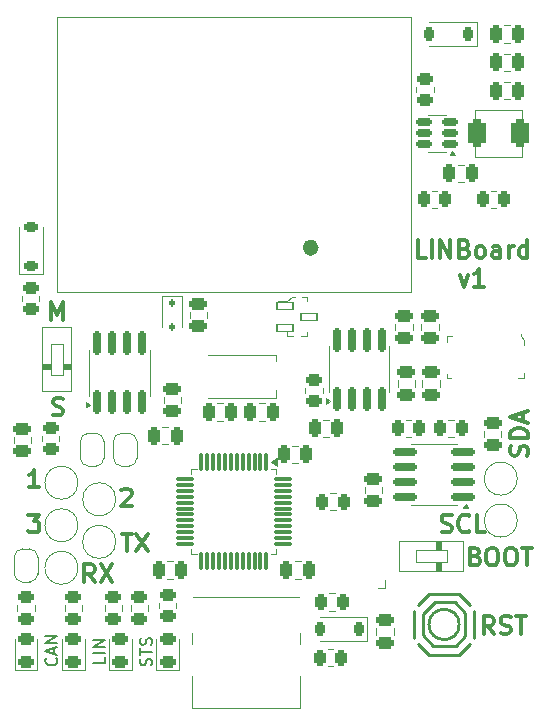
<source format=gto>
G04 #@! TF.GenerationSoftware,KiCad,Pcbnew,9.0.3*
G04 #@! TF.CreationDate,2025-08-22T23:33:47-04:00*
G04 #@! TF.ProjectId,LINBoard-HW,4c494e42-6f61-4726-942d-48572e6b6963,rev?*
G04 #@! TF.SameCoordinates,Original*
G04 #@! TF.FileFunction,Legend,Top*
G04 #@! TF.FilePolarity,Positive*
%FSLAX46Y46*%
G04 Gerber Fmt 4.6, Leading zero omitted, Abs format (unit mm)*
G04 Created by KiCad (PCBNEW 9.0.3) date 2025-08-22 23:33:47*
%MOMM*%
%LPD*%
G01*
G04 APERTURE LIST*
G04 Aperture macros list*
%AMRoundRect*
0 Rectangle with rounded corners*
0 $1 Rounding radius*
0 $2 $3 $4 $5 $6 $7 $8 $9 X,Y pos of 4 corners*
0 Add a 4 corners polygon primitive as box body*
4,1,4,$2,$3,$4,$5,$6,$7,$8,$9,$2,$3,0*
0 Add four circle primitives for the rounded corners*
1,1,$1+$1,$2,$3*
1,1,$1+$1,$4,$5*
1,1,$1+$1,$6,$7*
1,1,$1+$1,$8,$9*
0 Add four rect primitives between the rounded corners*
20,1,$1+$1,$2,$3,$4,$5,0*
20,1,$1+$1,$4,$5,$6,$7,0*
20,1,$1+$1,$6,$7,$8,$9,0*
20,1,$1+$1,$8,$9,$2,$3,0*%
%AMFreePoly0*
4,1,23,0.500000,-0.750000,0.000000,-0.750000,0.000000,-0.745722,-0.065263,-0.745722,-0.191342,-0.711940,-0.304381,-0.646677,-0.396677,-0.554381,-0.461940,-0.441342,-0.495722,-0.315263,-0.495722,-0.250000,-0.500000,-0.250000,-0.500000,0.250000,-0.495722,0.250000,-0.495722,0.315263,-0.461940,0.441342,-0.396677,0.554381,-0.304381,0.646677,-0.191342,0.711940,-0.065263,0.745722,0.000000,0.745722,
0.000000,0.750000,0.500000,0.750000,0.500000,-0.750000,0.500000,-0.750000,$1*%
%AMFreePoly1*
4,1,23,0.000000,0.745722,0.065263,0.745722,0.191342,0.711940,0.304381,0.646677,0.396677,0.554381,0.461940,0.441342,0.495722,0.315263,0.495722,0.250000,0.500000,0.250000,0.500000,-0.250000,0.495722,-0.250000,0.495722,-0.315263,0.461940,-0.441342,0.396677,-0.554381,0.304381,-0.646677,0.191342,-0.711940,0.065263,-0.745722,0.000000,-0.745722,0.000000,-0.750000,-0.500000,-0.750000,
-0.500000,0.750000,0.000000,0.750000,0.000000,0.745722,0.000000,0.745722,$1*%
G04 Aperture macros list end*
%ADD10C,0.300000*%
%ADD11C,0.203200*%
%ADD12C,0.120000*%
%ADD13C,0.100000*%
%ADD14C,0.250000*%
%ADD15C,0.701920*%
%ADD16RoundRect,0.250000X-0.450000X0.262500X-0.450000X-0.262500X0.450000X-0.262500X0.450000X0.262500X0*%
%ADD17RoundRect,0.250000X-0.250000X-0.475000X0.250000X-0.475000X0.250000X0.475000X-0.250000X0.475000X0*%
%ADD18R,1.300000X1.000000*%
%ADD19C,2.000000*%
%ADD20RoundRect,0.250000X-0.262500X-0.450000X0.262500X-0.450000X0.262500X0.450000X-0.262500X0.450000X0*%
%ADD21RoundRect,0.150000X0.150000X-0.825000X0.150000X0.825000X-0.150000X0.825000X-0.150000X-0.825000X0*%
%ADD22RoundRect,0.250000X-0.475000X0.250000X-0.475000X-0.250000X0.475000X-0.250000X0.475000X0.250000X0*%
%ADD23RoundRect,0.243750X0.456250X-0.243750X0.456250X0.243750X-0.456250X0.243750X-0.456250X-0.243750X0*%
%ADD24RoundRect,0.250000X0.262500X0.450000X-0.262500X0.450000X-0.262500X-0.450000X0.262500X-0.450000X0*%
%ADD25RoundRect,0.375000X0.375000X-0.825000X0.375000X0.825000X-0.375000X0.825000X-0.375000X-0.825000X0*%
%ADD26RoundRect,0.150000X0.512500X0.150000X-0.512500X0.150000X-0.512500X-0.150000X0.512500X-0.150000X0*%
%ADD27RoundRect,0.225000X0.225000X0.375000X-0.225000X0.375000X-0.225000X-0.375000X0.225000X-0.375000X0*%
%ADD28RoundRect,0.250000X0.475000X-0.250000X0.475000X0.250000X-0.475000X0.250000X-0.475000X-0.250000X0*%
%ADD29R,2.400000X2.400000*%
%ADD30C,0.700000*%
%ADD31O,0.900000X2.400000*%
%ADD32O,0.900000X1.700000*%
%ADD33RoundRect,0.150000X0.825000X0.150000X-0.825000X0.150000X-0.825000X-0.150000X0.825000X-0.150000X0*%
%ADD34R,1.000000X0.750000*%
%ADD35RoundRect,0.225000X0.375000X-0.225000X0.375000X0.225000X-0.375000X0.225000X-0.375000X-0.225000X0*%
%ADD36RoundRect,0.112500X-0.112500X0.187500X-0.112500X-0.187500X0.112500X-0.187500X0.112500X0.187500X0*%
%ADD37RoundRect,0.250000X0.250000X0.475000X-0.250000X0.475000X-0.250000X-0.475000X0.250000X-0.475000X0*%
%ADD38RoundRect,0.070000X-0.650000X-0.300000X0.650000X-0.300000X0.650000X0.300000X-0.650000X0.300000X0*%
%ADD39FreePoly0,90.000000*%
%ADD40FreePoly1,90.000000*%
%ADD41R,1.500000X2.200000*%
%ADD42R,3.800000X2.200000*%
%ADD43RoundRect,0.075000X-0.075000X0.662500X-0.075000X-0.662500X0.075000X-0.662500X0.075000X0.662500X0*%
%ADD44RoundRect,0.075000X-0.662500X0.075000X-0.662500X-0.075000X0.662500X-0.075000X0.662500X0.075000X0*%
%ADD45C,0.990600*%
%ADD46C,0.787400*%
%ADD47R,1.000000X1.300000*%
%ADD48C,3.430000*%
%ADD49C,2.500000*%
G04 APERTURE END LIST*
D10*
X16271428Y-13385912D02*
X15557142Y-13385912D01*
X15557142Y-13385912D02*
X15557142Y-11885912D01*
X16771428Y-13385912D02*
X16771428Y-11885912D01*
X17485714Y-13385912D02*
X17485714Y-11885912D01*
X17485714Y-11885912D02*
X18342857Y-13385912D01*
X18342857Y-13385912D02*
X18342857Y-11885912D01*
X19557143Y-12600198D02*
X19771429Y-12671626D01*
X19771429Y-12671626D02*
X19842858Y-12743055D01*
X19842858Y-12743055D02*
X19914286Y-12885912D01*
X19914286Y-12885912D02*
X19914286Y-13100198D01*
X19914286Y-13100198D02*
X19842858Y-13243055D01*
X19842858Y-13243055D02*
X19771429Y-13314484D01*
X19771429Y-13314484D02*
X19628572Y-13385912D01*
X19628572Y-13385912D02*
X19057143Y-13385912D01*
X19057143Y-13385912D02*
X19057143Y-11885912D01*
X19057143Y-11885912D02*
X19557143Y-11885912D01*
X19557143Y-11885912D02*
X19700001Y-11957341D01*
X19700001Y-11957341D02*
X19771429Y-12028769D01*
X19771429Y-12028769D02*
X19842858Y-12171626D01*
X19842858Y-12171626D02*
X19842858Y-12314484D01*
X19842858Y-12314484D02*
X19771429Y-12457341D01*
X19771429Y-12457341D02*
X19700001Y-12528769D01*
X19700001Y-12528769D02*
X19557143Y-12600198D01*
X19557143Y-12600198D02*
X19057143Y-12600198D01*
X20771429Y-13385912D02*
X20628572Y-13314484D01*
X20628572Y-13314484D02*
X20557143Y-13243055D01*
X20557143Y-13243055D02*
X20485715Y-13100198D01*
X20485715Y-13100198D02*
X20485715Y-12671626D01*
X20485715Y-12671626D02*
X20557143Y-12528769D01*
X20557143Y-12528769D02*
X20628572Y-12457341D01*
X20628572Y-12457341D02*
X20771429Y-12385912D01*
X20771429Y-12385912D02*
X20985715Y-12385912D01*
X20985715Y-12385912D02*
X21128572Y-12457341D01*
X21128572Y-12457341D02*
X21200001Y-12528769D01*
X21200001Y-12528769D02*
X21271429Y-12671626D01*
X21271429Y-12671626D02*
X21271429Y-13100198D01*
X21271429Y-13100198D02*
X21200001Y-13243055D01*
X21200001Y-13243055D02*
X21128572Y-13314484D01*
X21128572Y-13314484D02*
X20985715Y-13385912D01*
X20985715Y-13385912D02*
X20771429Y-13385912D01*
X22557144Y-13385912D02*
X22557144Y-12600198D01*
X22557144Y-12600198D02*
X22485715Y-12457341D01*
X22485715Y-12457341D02*
X22342858Y-12385912D01*
X22342858Y-12385912D02*
X22057144Y-12385912D01*
X22057144Y-12385912D02*
X21914286Y-12457341D01*
X22557144Y-13314484D02*
X22414286Y-13385912D01*
X22414286Y-13385912D02*
X22057144Y-13385912D01*
X22057144Y-13385912D02*
X21914286Y-13314484D01*
X21914286Y-13314484D02*
X21842858Y-13171626D01*
X21842858Y-13171626D02*
X21842858Y-13028769D01*
X21842858Y-13028769D02*
X21914286Y-12885912D01*
X21914286Y-12885912D02*
X22057144Y-12814484D01*
X22057144Y-12814484D02*
X22414286Y-12814484D01*
X22414286Y-12814484D02*
X22557144Y-12743055D01*
X23271429Y-13385912D02*
X23271429Y-12385912D01*
X23271429Y-12671626D02*
X23342858Y-12528769D01*
X23342858Y-12528769D02*
X23414287Y-12457341D01*
X23414287Y-12457341D02*
X23557144Y-12385912D01*
X23557144Y-12385912D02*
X23700001Y-12385912D01*
X24842858Y-13385912D02*
X24842858Y-11885912D01*
X24842858Y-13314484D02*
X24700000Y-13385912D01*
X24700000Y-13385912D02*
X24414286Y-13385912D01*
X24414286Y-13385912D02*
X24271429Y-13314484D01*
X24271429Y-13314484D02*
X24200000Y-13243055D01*
X24200000Y-13243055D02*
X24128572Y-13100198D01*
X24128572Y-13100198D02*
X24128572Y-12671626D01*
X24128572Y-12671626D02*
X24200000Y-12528769D01*
X24200000Y-12528769D02*
X24271429Y-12457341D01*
X24271429Y-12457341D02*
X24414286Y-12385912D01*
X24414286Y-12385912D02*
X24700000Y-12385912D01*
X24700000Y-12385912D02*
X24842858Y-12457341D01*
X19128571Y-14800828D02*
X19485714Y-15800828D01*
X19485714Y-15800828D02*
X19842857Y-14800828D01*
X21200000Y-15800828D02*
X20342857Y-15800828D01*
X20771428Y-15800828D02*
X20771428Y-14300828D01*
X20771428Y-14300828D02*
X20628571Y-14515114D01*
X20628571Y-14515114D02*
X20485714Y-14657971D01*
X20485714Y-14657971D02*
X20342857Y-14729400D01*
D11*
X-10934906Y-47140601D02*
X-10934906Y-47624411D01*
X-10934906Y-47624411D02*
X-11950906Y-47624411D01*
X-10934906Y-46801935D02*
X-11950906Y-46801935D01*
X-10934906Y-46318125D02*
X-11950906Y-46318125D01*
X-11950906Y-46318125D02*
X-10934906Y-45737553D01*
X-10934906Y-45737553D02*
X-11950906Y-45737553D01*
X-15031667Y-47243839D02*
X-14983287Y-47292220D01*
X-14983287Y-47292220D02*
X-14934906Y-47437363D01*
X-14934906Y-47437363D02*
X-14934906Y-47534125D01*
X-14934906Y-47534125D02*
X-14983287Y-47679268D01*
X-14983287Y-47679268D02*
X-15080048Y-47776030D01*
X-15080048Y-47776030D02*
X-15176810Y-47824411D01*
X-15176810Y-47824411D02*
X-15370334Y-47872792D01*
X-15370334Y-47872792D02*
X-15515477Y-47872792D01*
X-15515477Y-47872792D02*
X-15709001Y-47824411D01*
X-15709001Y-47824411D02*
X-15805763Y-47776030D01*
X-15805763Y-47776030D02*
X-15902525Y-47679268D01*
X-15902525Y-47679268D02*
X-15950906Y-47534125D01*
X-15950906Y-47534125D02*
X-15950906Y-47437363D01*
X-15950906Y-47437363D02*
X-15902525Y-47292220D01*
X-15902525Y-47292220D02*
X-15854144Y-47243839D01*
X-15225191Y-46856792D02*
X-15225191Y-46372982D01*
X-14934906Y-46953554D02*
X-15950906Y-46614887D01*
X-15950906Y-46614887D02*
X-14934906Y-46276220D01*
X-14934906Y-45937554D02*
X-15950906Y-45937554D01*
X-15950906Y-45937554D02*
X-14934906Y-45356982D01*
X-14934906Y-45356982D02*
X-15950906Y-45356982D01*
D10*
X-15445489Y-18600828D02*
X-15445489Y-17100828D01*
X-15445489Y-17100828D02*
X-14945489Y-18172257D01*
X-14945489Y-18172257D02*
X-14445489Y-17100828D01*
X-14445489Y-17100828D02*
X-14445489Y-18600828D01*
X20454510Y-38615114D02*
X20668796Y-38686542D01*
X20668796Y-38686542D02*
X20740225Y-38757971D01*
X20740225Y-38757971D02*
X20811653Y-38900828D01*
X20811653Y-38900828D02*
X20811653Y-39115114D01*
X20811653Y-39115114D02*
X20740225Y-39257971D01*
X20740225Y-39257971D02*
X20668796Y-39329400D01*
X20668796Y-39329400D02*
X20525939Y-39400828D01*
X20525939Y-39400828D02*
X19954510Y-39400828D01*
X19954510Y-39400828D02*
X19954510Y-37900828D01*
X19954510Y-37900828D02*
X20454510Y-37900828D01*
X20454510Y-37900828D02*
X20597368Y-37972257D01*
X20597368Y-37972257D02*
X20668796Y-38043685D01*
X20668796Y-38043685D02*
X20740225Y-38186542D01*
X20740225Y-38186542D02*
X20740225Y-38329400D01*
X20740225Y-38329400D02*
X20668796Y-38472257D01*
X20668796Y-38472257D02*
X20597368Y-38543685D01*
X20597368Y-38543685D02*
X20454510Y-38615114D01*
X20454510Y-38615114D02*
X19954510Y-38615114D01*
X21740225Y-37900828D02*
X22025939Y-37900828D01*
X22025939Y-37900828D02*
X22168796Y-37972257D01*
X22168796Y-37972257D02*
X22311653Y-38115114D01*
X22311653Y-38115114D02*
X22383082Y-38400828D01*
X22383082Y-38400828D02*
X22383082Y-38900828D01*
X22383082Y-38900828D02*
X22311653Y-39186542D01*
X22311653Y-39186542D02*
X22168796Y-39329400D01*
X22168796Y-39329400D02*
X22025939Y-39400828D01*
X22025939Y-39400828D02*
X21740225Y-39400828D01*
X21740225Y-39400828D02*
X21597368Y-39329400D01*
X21597368Y-39329400D02*
X21454510Y-39186542D01*
X21454510Y-39186542D02*
X21383082Y-38900828D01*
X21383082Y-38900828D02*
X21383082Y-38400828D01*
X21383082Y-38400828D02*
X21454510Y-38115114D01*
X21454510Y-38115114D02*
X21597368Y-37972257D01*
X21597368Y-37972257D02*
X21740225Y-37900828D01*
X23311654Y-37900828D02*
X23597368Y-37900828D01*
X23597368Y-37900828D02*
X23740225Y-37972257D01*
X23740225Y-37972257D02*
X23883082Y-38115114D01*
X23883082Y-38115114D02*
X23954511Y-38400828D01*
X23954511Y-38400828D02*
X23954511Y-38900828D01*
X23954511Y-38900828D02*
X23883082Y-39186542D01*
X23883082Y-39186542D02*
X23740225Y-39329400D01*
X23740225Y-39329400D02*
X23597368Y-39400828D01*
X23597368Y-39400828D02*
X23311654Y-39400828D01*
X23311654Y-39400828D02*
X23168797Y-39329400D01*
X23168797Y-39329400D02*
X23025939Y-39186542D01*
X23025939Y-39186542D02*
X22954511Y-38900828D01*
X22954511Y-38900828D02*
X22954511Y-38400828D01*
X22954511Y-38400828D02*
X23025939Y-38115114D01*
X23025939Y-38115114D02*
X23168797Y-37972257D01*
X23168797Y-37972257D02*
X23311654Y-37900828D01*
X24383083Y-37900828D02*
X25240226Y-37900828D01*
X24811654Y-39400828D02*
X24811654Y-37900828D01*
X-11788346Y-40800828D02*
X-12288346Y-40086542D01*
X-12645489Y-40800828D02*
X-12645489Y-39300828D01*
X-12645489Y-39300828D02*
X-12074060Y-39300828D01*
X-12074060Y-39300828D02*
X-11931203Y-39372257D01*
X-11931203Y-39372257D02*
X-11859774Y-39443685D01*
X-11859774Y-39443685D02*
X-11788346Y-39586542D01*
X-11788346Y-39586542D02*
X-11788346Y-39800828D01*
X-11788346Y-39800828D02*
X-11859774Y-39943685D01*
X-11859774Y-39943685D02*
X-11931203Y-40015114D01*
X-11931203Y-40015114D02*
X-12074060Y-40086542D01*
X-12074060Y-40086542D02*
X-12645489Y-40086542D01*
X-11288346Y-39300828D02*
X-10288346Y-40800828D01*
X-10288346Y-39300828D02*
X-11288346Y-40800828D01*
X-15316917Y-26629400D02*
X-15102632Y-26700828D01*
X-15102632Y-26700828D02*
X-14745489Y-26700828D01*
X-14745489Y-26700828D02*
X-14602632Y-26629400D01*
X-14602632Y-26629400D02*
X-14531203Y-26557971D01*
X-14531203Y-26557971D02*
X-14459774Y-26415114D01*
X-14459774Y-26415114D02*
X-14459774Y-26272257D01*
X-14459774Y-26272257D02*
X-14531203Y-26129400D01*
X-14531203Y-26129400D02*
X-14602632Y-26057971D01*
X-14602632Y-26057971D02*
X-14745489Y-25986542D01*
X-14745489Y-25986542D02*
X-15031203Y-25915114D01*
X-15031203Y-25915114D02*
X-15174060Y-25843685D01*
X-15174060Y-25843685D02*
X-15245489Y-25772257D01*
X-15245489Y-25772257D02*
X-15316917Y-25629400D01*
X-15316917Y-25629400D02*
X-15316917Y-25486542D01*
X-15316917Y-25486542D02*
X-15245489Y-25343685D01*
X-15245489Y-25343685D02*
X-15174060Y-25272257D01*
X-15174060Y-25272257D02*
X-15031203Y-25200828D01*
X-15031203Y-25200828D02*
X-14674060Y-25200828D01*
X-14674060Y-25200828D02*
X-14459774Y-25272257D01*
X22011653Y-45200828D02*
X21511653Y-44486542D01*
X21154510Y-45200828D02*
X21154510Y-43700828D01*
X21154510Y-43700828D02*
X21725939Y-43700828D01*
X21725939Y-43700828D02*
X21868796Y-43772257D01*
X21868796Y-43772257D02*
X21940225Y-43843685D01*
X21940225Y-43843685D02*
X22011653Y-43986542D01*
X22011653Y-43986542D02*
X22011653Y-44200828D01*
X22011653Y-44200828D02*
X21940225Y-44343685D01*
X21940225Y-44343685D02*
X21868796Y-44415114D01*
X21868796Y-44415114D02*
X21725939Y-44486542D01*
X21725939Y-44486542D02*
X21154510Y-44486542D01*
X22583082Y-45129400D02*
X22797368Y-45200828D01*
X22797368Y-45200828D02*
X23154510Y-45200828D01*
X23154510Y-45200828D02*
X23297368Y-45129400D01*
X23297368Y-45129400D02*
X23368796Y-45057971D01*
X23368796Y-45057971D02*
X23440225Y-44915114D01*
X23440225Y-44915114D02*
X23440225Y-44772257D01*
X23440225Y-44772257D02*
X23368796Y-44629400D01*
X23368796Y-44629400D02*
X23297368Y-44557971D01*
X23297368Y-44557971D02*
X23154510Y-44486542D01*
X23154510Y-44486542D02*
X22868796Y-44415114D01*
X22868796Y-44415114D02*
X22725939Y-44343685D01*
X22725939Y-44343685D02*
X22654510Y-44272257D01*
X22654510Y-44272257D02*
X22583082Y-44129400D01*
X22583082Y-44129400D02*
X22583082Y-43986542D01*
X22583082Y-43986542D02*
X22654510Y-43843685D01*
X22654510Y-43843685D02*
X22725939Y-43772257D01*
X22725939Y-43772257D02*
X22868796Y-43700828D01*
X22868796Y-43700828D02*
X23225939Y-43700828D01*
X23225939Y-43700828D02*
X23440225Y-43772257D01*
X23868796Y-43700828D02*
X24725939Y-43700828D01*
X24297367Y-45200828D02*
X24297367Y-43700828D01*
X-9459774Y-36700828D02*
X-8602632Y-36700828D01*
X-9031203Y-38200828D02*
X-9031203Y-36700828D01*
X-8245489Y-36700828D02*
X-7245489Y-38200828D01*
X-7245489Y-36700828D02*
X-8245489Y-38200828D01*
X-16459774Y-32800828D02*
X-17316917Y-32800828D01*
X-16888346Y-32800828D02*
X-16888346Y-31300828D01*
X-16888346Y-31300828D02*
X-17031203Y-31515114D01*
X-17031203Y-31515114D02*
X-17174060Y-31657971D01*
X-17174060Y-31657971D02*
X-17316917Y-31729400D01*
D11*
X-6983287Y-47872792D02*
X-6934906Y-47727649D01*
X-6934906Y-47727649D02*
X-6934906Y-47485744D01*
X-6934906Y-47485744D02*
X-6983287Y-47388982D01*
X-6983287Y-47388982D02*
X-7031667Y-47340601D01*
X-7031667Y-47340601D02*
X-7128429Y-47292220D01*
X-7128429Y-47292220D02*
X-7225191Y-47292220D01*
X-7225191Y-47292220D02*
X-7321953Y-47340601D01*
X-7321953Y-47340601D02*
X-7370334Y-47388982D01*
X-7370334Y-47388982D02*
X-7418715Y-47485744D01*
X-7418715Y-47485744D02*
X-7467096Y-47679268D01*
X-7467096Y-47679268D02*
X-7515477Y-47776030D01*
X-7515477Y-47776030D02*
X-7563858Y-47824411D01*
X-7563858Y-47824411D02*
X-7660620Y-47872792D01*
X-7660620Y-47872792D02*
X-7757382Y-47872792D01*
X-7757382Y-47872792D02*
X-7854144Y-47824411D01*
X-7854144Y-47824411D02*
X-7902525Y-47776030D01*
X-7902525Y-47776030D02*
X-7950906Y-47679268D01*
X-7950906Y-47679268D02*
X-7950906Y-47437363D01*
X-7950906Y-47437363D02*
X-7902525Y-47292220D01*
X-7950906Y-47001935D02*
X-7950906Y-46421363D01*
X-6934906Y-46711649D02*
X-7950906Y-46711649D01*
X-6983287Y-46131078D02*
X-6934906Y-45985935D01*
X-6934906Y-45985935D02*
X-6934906Y-45744030D01*
X-6934906Y-45744030D02*
X-6983287Y-45647268D01*
X-6983287Y-45647268D02*
X-7031667Y-45598887D01*
X-7031667Y-45598887D02*
X-7128429Y-45550506D01*
X-7128429Y-45550506D02*
X-7225191Y-45550506D01*
X-7225191Y-45550506D02*
X-7321953Y-45598887D01*
X-7321953Y-45598887D02*
X-7370334Y-45647268D01*
X-7370334Y-45647268D02*
X-7418715Y-45744030D01*
X-7418715Y-45744030D02*
X-7467096Y-45937554D01*
X-7467096Y-45937554D02*
X-7515477Y-46034316D01*
X-7515477Y-46034316D02*
X-7563858Y-46082697D01*
X-7563858Y-46082697D02*
X-7660620Y-46131078D01*
X-7660620Y-46131078D02*
X-7757382Y-46131078D01*
X-7757382Y-46131078D02*
X-7854144Y-46082697D01*
X-7854144Y-46082697D02*
X-7902525Y-46034316D01*
X-7902525Y-46034316D02*
X-7950906Y-45937554D01*
X-7950906Y-45937554D02*
X-7950906Y-45695649D01*
X-7950906Y-45695649D02*
X-7902525Y-45550506D01*
D10*
X24829400Y-30116917D02*
X24900828Y-29902632D01*
X24900828Y-29902632D02*
X24900828Y-29545489D01*
X24900828Y-29545489D02*
X24829400Y-29402632D01*
X24829400Y-29402632D02*
X24757971Y-29331203D01*
X24757971Y-29331203D02*
X24615114Y-29259774D01*
X24615114Y-29259774D02*
X24472257Y-29259774D01*
X24472257Y-29259774D02*
X24329400Y-29331203D01*
X24329400Y-29331203D02*
X24257971Y-29402632D01*
X24257971Y-29402632D02*
X24186542Y-29545489D01*
X24186542Y-29545489D02*
X24115114Y-29831203D01*
X24115114Y-29831203D02*
X24043685Y-29974060D01*
X24043685Y-29974060D02*
X23972257Y-30045489D01*
X23972257Y-30045489D02*
X23829400Y-30116917D01*
X23829400Y-30116917D02*
X23686542Y-30116917D01*
X23686542Y-30116917D02*
X23543685Y-30045489D01*
X23543685Y-30045489D02*
X23472257Y-29974060D01*
X23472257Y-29974060D02*
X23400828Y-29831203D01*
X23400828Y-29831203D02*
X23400828Y-29474060D01*
X23400828Y-29474060D02*
X23472257Y-29259774D01*
X24900828Y-28616918D02*
X23400828Y-28616918D01*
X23400828Y-28616918D02*
X23400828Y-28259775D01*
X23400828Y-28259775D02*
X23472257Y-28045489D01*
X23472257Y-28045489D02*
X23615114Y-27902632D01*
X23615114Y-27902632D02*
X23757971Y-27831203D01*
X23757971Y-27831203D02*
X24043685Y-27759775D01*
X24043685Y-27759775D02*
X24257971Y-27759775D01*
X24257971Y-27759775D02*
X24543685Y-27831203D01*
X24543685Y-27831203D02*
X24686542Y-27902632D01*
X24686542Y-27902632D02*
X24829400Y-28045489D01*
X24829400Y-28045489D02*
X24900828Y-28259775D01*
X24900828Y-28259775D02*
X24900828Y-28616918D01*
X24472257Y-27188346D02*
X24472257Y-26474061D01*
X24900828Y-27331203D02*
X23400828Y-26831203D01*
X23400828Y-26831203D02*
X24900828Y-26331203D01*
X-9516917Y-33043685D02*
X-9445489Y-32972257D01*
X-9445489Y-32972257D02*
X-9302632Y-32900828D01*
X-9302632Y-32900828D02*
X-8945489Y-32900828D01*
X-8945489Y-32900828D02*
X-8802632Y-32972257D01*
X-8802632Y-32972257D02*
X-8731203Y-33043685D01*
X-8731203Y-33043685D02*
X-8659774Y-33186542D01*
X-8659774Y-33186542D02*
X-8659774Y-33329400D01*
X-8659774Y-33329400D02*
X-8731203Y-33543685D01*
X-8731203Y-33543685D02*
X-9588346Y-34400828D01*
X-9588346Y-34400828D02*
X-8659774Y-34400828D01*
X17583082Y-36529400D02*
X17797368Y-36600828D01*
X17797368Y-36600828D02*
X18154510Y-36600828D01*
X18154510Y-36600828D02*
X18297368Y-36529400D01*
X18297368Y-36529400D02*
X18368796Y-36457971D01*
X18368796Y-36457971D02*
X18440225Y-36315114D01*
X18440225Y-36315114D02*
X18440225Y-36172257D01*
X18440225Y-36172257D02*
X18368796Y-36029400D01*
X18368796Y-36029400D02*
X18297368Y-35957971D01*
X18297368Y-35957971D02*
X18154510Y-35886542D01*
X18154510Y-35886542D02*
X17868796Y-35815114D01*
X17868796Y-35815114D02*
X17725939Y-35743685D01*
X17725939Y-35743685D02*
X17654510Y-35672257D01*
X17654510Y-35672257D02*
X17583082Y-35529400D01*
X17583082Y-35529400D02*
X17583082Y-35386542D01*
X17583082Y-35386542D02*
X17654510Y-35243685D01*
X17654510Y-35243685D02*
X17725939Y-35172257D01*
X17725939Y-35172257D02*
X17868796Y-35100828D01*
X17868796Y-35100828D02*
X18225939Y-35100828D01*
X18225939Y-35100828D02*
X18440225Y-35172257D01*
X19940224Y-36457971D02*
X19868796Y-36529400D01*
X19868796Y-36529400D02*
X19654510Y-36600828D01*
X19654510Y-36600828D02*
X19511653Y-36600828D01*
X19511653Y-36600828D02*
X19297367Y-36529400D01*
X19297367Y-36529400D02*
X19154510Y-36386542D01*
X19154510Y-36386542D02*
X19083081Y-36243685D01*
X19083081Y-36243685D02*
X19011653Y-35957971D01*
X19011653Y-35957971D02*
X19011653Y-35743685D01*
X19011653Y-35743685D02*
X19083081Y-35457971D01*
X19083081Y-35457971D02*
X19154510Y-35315114D01*
X19154510Y-35315114D02*
X19297367Y-35172257D01*
X19297367Y-35172257D02*
X19511653Y-35100828D01*
X19511653Y-35100828D02*
X19654510Y-35100828D01*
X19654510Y-35100828D02*
X19868796Y-35172257D01*
X19868796Y-35172257D02*
X19940224Y-35243685D01*
X21297367Y-36600828D02*
X20583081Y-36600828D01*
X20583081Y-36600828D02*
X20583081Y-35100828D01*
X-17388346Y-35100828D02*
X-16459774Y-35100828D01*
X-16459774Y-35100828D02*
X-16959774Y-35672257D01*
X-16959774Y-35672257D02*
X-16745489Y-35672257D01*
X-16745489Y-35672257D02*
X-16602632Y-35743685D01*
X-16602632Y-35743685D02*
X-16531203Y-35815114D01*
X-16531203Y-35815114D02*
X-16459774Y-35957971D01*
X-16459774Y-35957971D02*
X-16459774Y-36315114D01*
X-16459774Y-36315114D02*
X-16531203Y-36457971D01*
X-16531203Y-36457971D02*
X-16602632Y-36529400D01*
X-16602632Y-36529400D02*
X-16745489Y-36600828D01*
X-16745489Y-36600828D02*
X-17174060Y-36600828D01*
X-17174060Y-36600828D02*
X-17316917Y-36529400D01*
X-17316917Y-36529400D02*
X-17388346Y-36457971D01*
D12*
X-16235724Y-28443185D02*
X-16235724Y-28897313D01*
X-14765724Y-28443185D02*
X-14765724Y-28897313D01*
X-10935000Y-42772936D02*
X-10935000Y-43227064D01*
X-9465000Y-42772936D02*
X-9465000Y-43227064D01*
X7538748Y-27065000D02*
X8061252Y-27065000D01*
X7538748Y-28535000D02*
X8061252Y-28535000D01*
X-16250000Y-19250000D02*
X-13750000Y-19250000D01*
X-16250000Y-24650000D02*
X-16250000Y-19250000D01*
X-15500000Y-20650000D02*
X-14500000Y-20650000D01*
X-15500000Y-23250000D02*
X-15500000Y-20650000D01*
X-14500000Y-20650000D02*
X-14500000Y-23250000D01*
X-14500000Y-23250000D02*
X-15500000Y-23250000D01*
X-13750000Y-19250000D02*
X-13750000Y-24650000D01*
X-13750000Y-24650000D02*
X-16250000Y-24650000D01*
D13*
X-15500000Y-22750000D02*
X-16200000Y-22750000D01*
X-16200000Y-22350000D01*
X-15500000Y-22350000D01*
X-15500000Y-22750000D01*
G36*
X-15500000Y-22750000D02*
G01*
X-16200000Y-22750000D01*
X-16200000Y-22350000D01*
X-15500000Y-22350000D01*
X-15500000Y-22750000D01*
G37*
X-13800000Y-22750000D02*
X-14500000Y-22750000D01*
X-14500000Y-22350000D01*
X-13800000Y-22350000D01*
X-13800000Y-22750000D01*
G36*
X-13800000Y-22750000D02*
G01*
X-14500000Y-22750000D01*
X-14500000Y-22350000D01*
X-13800000Y-22350000D01*
X-13800000Y-22750000D01*
G37*
D12*
X-14335000Y-42772936D02*
X-14335000Y-43227064D01*
X-12865000Y-42772936D02*
X-12865000Y-43227064D01*
X4938748Y-29265000D02*
X5461252Y-29265000D01*
X4938748Y-30735000D02*
X5461252Y-30735000D01*
X24000000Y-32050000D02*
G75*
G02*
X21200000Y-32050000I-1400000J0D01*
G01*
X21200000Y-32050000D02*
G75*
G02*
X24000000Y-32050000I1400000J0D01*
G01*
X21772936Y-7665000D02*
X22227064Y-7665000D01*
X21772936Y-9135000D02*
X22227064Y-9135000D01*
X8040000Y-22800000D02*
X8040000Y-20850000D01*
X8040000Y-22800000D02*
X8040000Y-24750000D01*
X13160000Y-22800000D02*
X13160000Y-20850000D01*
X13160000Y-22800000D02*
X13160000Y-24750000D01*
X8135000Y-25500000D02*
X7805000Y-25740000D01*
X7805000Y-25260000D01*
X8135000Y-25500000D01*
G36*
X8135000Y-25500000D02*
G01*
X7805000Y-25740000D01*
X7805000Y-25260000D01*
X8135000Y-25500000D01*
G37*
X13865000Y-23738748D02*
X13865000Y-24261252D01*
X15335000Y-23738748D02*
X15335000Y-24261252D01*
X-6560000Y-45600000D02*
X-6560000Y-48285000D01*
X-6560000Y-48285000D02*
X-4640000Y-48285000D01*
X-4640000Y-48285000D02*
X-4640000Y-45600000D01*
X-10560000Y-45600000D02*
X-10560000Y-48285000D01*
X-10560000Y-48285000D02*
X-8640000Y-48285000D01*
X-8640000Y-48285000D02*
X-8640000Y-45600000D01*
X13665000Y-18938748D02*
X13665000Y-19461252D01*
X15135000Y-18938748D02*
X15135000Y-19461252D01*
X15027064Y-27065000D02*
X14572936Y-27065000D01*
X15027064Y-28535000D02*
X14572936Y-28535000D01*
X20400000Y-800000D02*
X24400000Y-800000D01*
X20400000Y-4800000D02*
X20400000Y-800000D01*
X24400000Y-800000D02*
X24400000Y-4800000D01*
X24400000Y-4800000D02*
X20400000Y-4800000D01*
X-10000000Y-33800000D02*
G75*
G02*
X-12800000Y-33800000I-1400000J0D01*
G01*
X-12800000Y-33800000D02*
G75*
G02*
X-10000000Y-33800000I1400000J0D01*
G01*
X-12255000Y-23075000D02*
X-12255000Y-21125000D01*
X-12255000Y-23075000D02*
X-12255000Y-25025000D01*
X-7135000Y-23075000D02*
X-7135000Y-21125000D01*
X-7135000Y-23075000D02*
X-7135000Y-25025000D01*
X-12160000Y-25775000D02*
X-12490000Y-26015000D01*
X-12490000Y-25535000D01*
X-12160000Y-25775000D01*
G36*
X-12160000Y-25775000D02*
G01*
X-12490000Y-26015000D01*
X-12490000Y-25535000D01*
X-12160000Y-25775000D01*
G37*
X-13200000Y-36000000D02*
G75*
G02*
X-16000000Y-36000000I-1400000J0D01*
G01*
X-16000000Y-36000000D02*
G75*
G02*
X-13200000Y-36000000I1400000J0D01*
G01*
X7972936Y-46465000D02*
X8427064Y-46465000D01*
X7972936Y-47935000D02*
X8427064Y-47935000D01*
X17200000Y-1240000D02*
X16400000Y-1240000D01*
X17200000Y-1240000D02*
X18000000Y-1240000D01*
X17200000Y-4360000D02*
X16400000Y-4360000D01*
X17200000Y-4360000D02*
X18000000Y-4360000D01*
X18740000Y-4640000D02*
X18260000Y-4640000D01*
X18500000Y-4310000D01*
X18740000Y-4640000D01*
G36*
X18740000Y-4640000D02*
G01*
X18260000Y-4640000D01*
X18500000Y-4310000D01*
X18740000Y-4640000D01*
G37*
X11310000Y-43800000D02*
X7300000Y-43800000D01*
X11310000Y-45800000D02*
X7300000Y-45800000D01*
X11310000Y-45800000D02*
X11310000Y-43800000D01*
X-5935000Y-25661252D02*
X-5935000Y-25138748D01*
X-4465000Y-25661252D02*
X-4465000Y-25138748D01*
X15865000Y-18938748D02*
X15865000Y-19461252D01*
X17335000Y-18938748D02*
X17335000Y-19461252D01*
X24000000Y-35600000D02*
G75*
G02*
X21200000Y-35600000I-1400000J0D01*
G01*
X21200000Y-35600000D02*
G75*
G02*
X24000000Y-35600000I1400000J0D01*
G01*
X-2180000Y-25200000D02*
X3570000Y-25200000D01*
X3570000Y-21600000D02*
X-2180000Y-21600000D01*
X3570000Y-25200000D02*
X3570000Y-21600000D01*
X18938748Y-5465000D02*
X19461252Y-5465000D01*
X18938748Y-6935000D02*
X19461252Y-6935000D01*
X22888748Y6335000D02*
X23411252Y6335000D01*
X22888748Y4865000D02*
X23411252Y4865000D01*
X-18635724Y-28521497D02*
X-18635724Y-29044001D01*
X-17165724Y-28521497D02*
X-17165724Y-29044001D01*
X-3570000Y-45140000D02*
X-3570000Y-46040000D01*
X-3570000Y-48740000D02*
X-3570000Y-51470000D01*
X-3570000Y-51470000D02*
X5620000Y-51470000D01*
X-3450000Y-42060000D02*
X5500000Y-42060000D01*
X5620000Y-45140000D02*
X5620000Y-46040000D01*
X5620000Y-48740000D02*
X5620000Y-51470000D01*
X8527064Y-41765000D02*
X8072936Y-41765000D01*
X8527064Y-43235000D02*
X8072936Y-43235000D01*
X-17935000Y-16572936D02*
X-17935000Y-17027064D01*
X-16465000Y-16572936D02*
X-16465000Y-17027064D01*
X-13200000Y-32400000D02*
G75*
G02*
X-16000000Y-32400000I-1400000J0D01*
G01*
X-16000000Y-32400000D02*
G75*
G02*
X-13200000Y-32400000I1400000J0D01*
G01*
X6065000Y-24372936D02*
X6065000Y-24827064D01*
X7535000Y-24372936D02*
X7535000Y-24827064D01*
X20560000Y6600000D02*
X16550000Y6600000D01*
X20560000Y4600000D02*
X16550000Y4600000D01*
X20560000Y4600000D02*
X20560000Y6600000D01*
X-13200000Y-39600000D02*
G75*
G02*
X-16000000Y-39600000I-1400000J0D01*
G01*
X-16000000Y-39600000D02*
G75*
G02*
X-13200000Y-39600000I1400000J0D01*
G01*
X-3735000Y-17938748D02*
X-3735000Y-18461252D01*
X-2265000Y-17938748D02*
X-2265000Y-18461252D01*
X16925000Y-29145000D02*
X14975000Y-29145000D01*
X16925000Y-29145000D02*
X18875000Y-29145000D01*
X16925000Y-34265000D02*
X14975000Y-34265000D01*
X16925000Y-34265000D02*
X18875000Y-34265000D01*
X19865000Y-34500000D02*
X19385000Y-34500000D01*
X19625000Y-34170000D01*
X19865000Y-34500000D01*
G36*
X19865000Y-34500000D02*
G01*
X19385000Y-34500000D01*
X19625000Y-34170000D01*
X19865000Y-34500000D01*
G37*
X22888748Y3935000D02*
X23411252Y3935000D01*
X22888748Y2465000D02*
X23411252Y2465000D01*
D14*
X15250000Y-45570000D02*
X15250000Y-43230000D01*
X15630000Y-42740000D02*
X16520000Y-41850000D01*
X16000000Y-43500000D02*
X17000000Y-42500000D01*
X16000000Y-45300000D02*
X16000000Y-43500000D01*
X16520000Y-46950000D02*
X15630000Y-46060000D01*
X16900000Y-46200000D02*
X16000000Y-45300000D01*
X17000000Y-42500000D02*
X18700000Y-42500000D01*
X18700000Y-42500000D02*
X19600000Y-43400000D01*
X18800000Y-46200000D02*
X16900000Y-46200000D01*
X19080000Y-41850000D02*
X16520000Y-41850000D01*
X19080000Y-46950000D02*
X16520000Y-46950000D01*
X19080000Y-46950000D02*
X19970000Y-46060000D01*
X19600000Y-43400000D02*
X19600000Y-45400000D01*
X19600000Y-45400000D02*
X18800000Y-46200000D01*
X19970000Y-42740000D02*
X19080000Y-41850000D01*
X20350000Y-45570000D02*
X20350000Y-43230000D01*
X19080000Y-44400000D02*
G75*
G02*
X16520000Y-44400000I-1280000J0D01*
G01*
X16520000Y-44400000D02*
G75*
G02*
X19080000Y-44400000I1280000J0D01*
G01*
D12*
X-18200000Y-14760000D02*
X-18200000Y-10750000D01*
X-18200000Y-14760000D02*
X-16200000Y-14760000D01*
X-16200000Y-14760000D02*
X-16200000Y-10750000D01*
X-14560000Y-45600000D02*
X-14560000Y-48285000D01*
X-14560000Y-48285000D02*
X-12640000Y-48285000D01*
X-12640000Y-48285000D02*
X-12640000Y-45600000D01*
X-18560000Y-45600000D02*
X-18560000Y-48285000D01*
X-18560000Y-48285000D02*
X-16640000Y-48285000D01*
X-16640000Y-48285000D02*
X-16640000Y-45600000D01*
X16772936Y-7665000D02*
X17227064Y-7665000D01*
X16772936Y-9135000D02*
X17227064Y-9135000D01*
X-6050000Y-16590000D02*
X-6050000Y-19250000D01*
X-4350000Y-16590000D02*
X-6050000Y-16590000D01*
X-4350000Y-16590000D02*
X-4350000Y-19250000D01*
X5138748Y-39065000D02*
X5661252Y-39065000D01*
X5138748Y-40535000D02*
X5661252Y-40535000D01*
X-5138748Y-39065000D02*
X-5661252Y-39065000D01*
X-5138748Y-40535000D02*
X-5661252Y-40535000D01*
D13*
X4525000Y-16975000D02*
X4525000Y-17025000D01*
X4525000Y-17025000D02*
X3750000Y-17025000D01*
X4525000Y-20000000D02*
X4525000Y-19650000D01*
X4900000Y-16700000D02*
X4525000Y-16975000D01*
X5000000Y-20000000D02*
X4525000Y-20000000D01*
X5175000Y-16700000D02*
X4900000Y-16700000D01*
X5800000Y-16700000D02*
X6175000Y-16700000D01*
X6175000Y-16700000D02*
X6175000Y-17000000D01*
X6175000Y-19700000D02*
X6175000Y-20000000D01*
X6175000Y-19775000D02*
X6175000Y-19650000D01*
X6175000Y-20000000D02*
X5725000Y-20000000D01*
D12*
X22888748Y1535000D02*
X23411252Y1535000D01*
X22888748Y65000D02*
X23411252Y65000D01*
X-10200000Y-30300000D02*
X-10200000Y-28900000D01*
X-9500000Y-28200000D02*
X-8900000Y-28200000D01*
X-8900000Y-31000000D02*
X-9500000Y-31000000D01*
X-8200000Y-28900000D02*
X-8200000Y-30300000D01*
X-10200000Y-28900000D02*
G75*
G02*
X-9500000Y-28200000I700000J0D01*
G01*
X-9500000Y-31000000D02*
G75*
G02*
X-10200000Y-30300000I-1J699999D01*
G01*
X-8900000Y-28200000D02*
G75*
G02*
X-8200000Y-28900000I0J-700000D01*
G01*
X-8200000Y-30300000D02*
G75*
G02*
X-8900000Y-31000000I-699999J-1D01*
G01*
X21165000Y-27988748D02*
X21165000Y-28511252D01*
X22635000Y-27988748D02*
X22635000Y-28511252D01*
X15965000Y-23738748D02*
X15965000Y-24261252D01*
X17435000Y-23738748D02*
X17435000Y-24261252D01*
X18172936Y-27065000D02*
X18627064Y-27065000D01*
X18172936Y-28535000D02*
X18627064Y-28535000D01*
X-5538748Y-27665000D02*
X-6061252Y-27665000D01*
X-5538748Y-29135000D02*
X-6061252Y-29135000D01*
X12065000Y-44738748D02*
X12065000Y-45261252D01*
X13535000Y-44738748D02*
X13535000Y-45261252D01*
X15465000Y1139564D02*
X15465000Y685436D01*
X16935000Y1139564D02*
X16935000Y685436D01*
X-18600000Y-40100000D02*
X-18600000Y-38700000D01*
X-17900000Y-38000000D02*
X-17300000Y-38000000D01*
X-17300000Y-40800000D02*
X-17900000Y-40800000D01*
X-16600000Y-38700000D02*
X-16600000Y-40100000D01*
X-18600000Y-38700000D02*
G75*
G02*
X-17900000Y-38000000I700000J0D01*
G01*
X-17900000Y-40800000D02*
G75*
G02*
X-18600000Y-40100000I-1J699999D01*
G01*
X-17300000Y-38000000D02*
G75*
G02*
X-16600000Y-38700000I0J-700000D01*
G01*
X-16600000Y-40100000D02*
G75*
G02*
X-17300000Y-40800000I-699999J-1D01*
G01*
X-1411252Y-25665000D02*
X-888748Y-25665000D01*
X-1411252Y-27135000D02*
X-888748Y-27135000D01*
X11065000Y-33261252D02*
X11065000Y-32738748D01*
X12535000Y-33261252D02*
X12535000Y-32738748D01*
X-6335000Y-42572936D02*
X-6335000Y-43027064D01*
X-4865000Y-42572936D02*
X-4865000Y-43027064D01*
X-18335000Y-42772936D02*
X-18335000Y-43227064D01*
X-16865000Y-42772936D02*
X-16865000Y-43227064D01*
X-13000000Y-30300000D02*
X-13000000Y-28900000D01*
X-12300000Y-28200000D02*
X-11700000Y-28200000D01*
X-11700000Y-31000000D02*
X-12300000Y-31000000D01*
X-11000000Y-28900000D02*
X-11000000Y-30300000D01*
X-13000000Y-28900000D02*
G75*
G02*
X-12300000Y-28200000I700000J0D01*
G01*
X-12300000Y-31000000D02*
G75*
G02*
X-13000000Y-30300000I-1J699999D01*
G01*
X-11700000Y-28200000D02*
G75*
G02*
X-11000000Y-28900000I0J-700000D01*
G01*
X-11000000Y-30300000D02*
G75*
G02*
X-11700000Y-31000000I-699999J-1D01*
G01*
D13*
X18025000Y-19975000D02*
X18475000Y-19975000D01*
X18025000Y-20450000D02*
X18025000Y-19975000D01*
X18025000Y-23525000D02*
X18025000Y-23225000D01*
X18400000Y-23525000D02*
X18025000Y-23525000D01*
X24075000Y-23525000D02*
X24575000Y-23525000D01*
X24275000Y-19975000D02*
X24275000Y-19780000D01*
X24575000Y-20300000D02*
X24275000Y-19975000D01*
X24575000Y-20775000D02*
X24575000Y-20300000D01*
X24575000Y-23525000D02*
X24575000Y-23125000D01*
D12*
X-3610000Y-31227500D02*
X-3160000Y-31227500D01*
X-3610000Y-31677500D02*
X-3610000Y-31227500D01*
X-3610000Y-37997500D02*
X-3610000Y-38447500D01*
X-3610000Y-38447500D02*
X-3160000Y-38447500D01*
X3610000Y-31227500D02*
X3160000Y-31227500D01*
X3610000Y-31677500D02*
X3610000Y-31227500D01*
X3610000Y-37997500D02*
X3610000Y-38447500D01*
X3610000Y-38447500D02*
X3160000Y-38447500D01*
X3630000Y-30977500D02*
X3160000Y-30637500D01*
X3630000Y-30297500D01*
X3630000Y-30977500D01*
G36*
X3630000Y-30977500D02*
G01*
X3160000Y-30637500D01*
X3630000Y-30297500D01*
X3630000Y-30977500D01*
G37*
X2088748Y-25665000D02*
X2611252Y-25665000D01*
X2088748Y-27135000D02*
X2611252Y-27135000D01*
X8172936Y-33265000D02*
X8627064Y-33265000D01*
X8172936Y-34735000D02*
X8627064Y-34735000D01*
X12835000Y-40670000D02*
X12835000Y-41305000D01*
X12835000Y-41305000D02*
X12200000Y-41305000D01*
X-10000000Y-37400000D02*
G75*
G02*
X-12800000Y-37400000I-1400000J0D01*
G01*
X-12800000Y-37400000D02*
G75*
G02*
X-10000000Y-37400000I1400000J0D01*
G01*
X-8735000Y-42772936D02*
X-8735000Y-43227064D01*
X-7265000Y-42772936D02*
X-7265000Y-43227064D01*
X14025000Y-37350000D02*
X19425000Y-37350000D01*
X14025000Y-39850000D02*
X14025000Y-37350000D01*
X15425000Y-38100000D02*
X18025000Y-38100000D01*
X15425000Y-39100000D02*
X15425000Y-38100000D01*
X18025000Y-38100000D02*
X18025000Y-39100000D01*
X18025000Y-39100000D02*
X15425000Y-39100000D01*
X19425000Y-37350000D02*
X19425000Y-39850000D01*
X19425000Y-39850000D02*
X14025000Y-39850000D01*
D13*
X17525000Y-38100000D02*
X17125000Y-38100000D01*
X17125000Y-37400000D01*
X17525000Y-37400000D01*
X17525000Y-38100000D01*
G36*
X17525000Y-38100000D02*
G01*
X17125000Y-38100000D01*
X17125000Y-37400000D01*
X17525000Y-37400000D01*
X17525000Y-38100000D01*
G37*
X17525000Y-39800000D02*
X17125000Y-39800000D01*
X17125000Y-39100000D01*
X17525000Y-39100000D01*
X17525000Y-39800000D01*
G36*
X17525000Y-39800000D02*
G01*
X17125000Y-39800000D01*
X17125000Y-39100000D01*
X17525000Y-39100000D01*
X17525000Y-39800000D01*
G37*
X-15000000Y7000000D02*
X15000000Y7000000D01*
X-15000000Y-16250000D02*
X-15000000Y7000000D01*
X-15000000Y-16250000D02*
X15000000Y-16250000D01*
X15000000Y-16250000D02*
X15000000Y7000000D01*
D15*
X6850960Y-12500000D02*
G75*
G02*
X6149040Y-12500000I-350960J0D01*
G01*
X6149040Y-12500000D02*
G75*
G02*
X6850960Y-12500000I350960J0D01*
G01*
%LPC*%
G36*
X-9950000Y-29750000D02*
G01*
X-8450000Y-29750000D01*
X-8450000Y-29450000D01*
X-9950000Y-29450000D01*
X-9950000Y-29750000D01*
G37*
G36*
X-18350000Y-39550000D02*
G01*
X-16850000Y-39550000D01*
X-16850000Y-39250000D01*
X-18350000Y-39250000D01*
X-18350000Y-39550000D01*
G37*
G36*
X-12750000Y-29750000D02*
G01*
X-11250000Y-29750000D01*
X-11250000Y-29450000D01*
X-12750000Y-29450000D01*
X-12750000Y-29750000D01*
G37*
D16*
X-15500724Y-27757749D03*
X-15500724Y-29582749D03*
X-10200000Y-42087500D03*
X-10200000Y-43912500D03*
D17*
X6850000Y-27800000D03*
X8750000Y-27800000D03*
D18*
X-16950000Y-20200000D03*
X-13050000Y-21950000D03*
X-16950000Y-23700000D03*
D16*
X-13600000Y-42087500D03*
X-13600000Y-43912500D03*
D17*
X4250000Y-30000000D03*
X6150000Y-30000000D03*
D19*
X22600000Y-32050000D03*
D20*
X21087500Y-8400000D03*
X22912500Y-8400000D03*
D21*
X8695000Y-25275000D03*
X9965000Y-25275000D03*
X11235000Y-25275000D03*
X12505000Y-25275000D03*
X12505000Y-20325000D03*
X11235000Y-20325000D03*
X9965000Y-20325000D03*
X8695000Y-20325000D03*
D22*
X14600000Y-23050000D03*
X14600000Y-24950000D03*
D23*
X-5600000Y-47537500D03*
X-5600000Y-45662500D03*
X-9600000Y-47537500D03*
X-9600000Y-45662500D03*
D22*
X14400000Y-18250000D03*
X14400000Y-20150000D03*
D24*
X15712500Y-27800000D03*
X13887500Y-27800000D03*
D25*
X20550000Y-2800000D03*
X24250000Y-2800000D03*
D19*
X-11400000Y-33800000D03*
D21*
X-11600000Y-25550000D03*
X-10330000Y-25550000D03*
X-9060000Y-25550000D03*
X-7790000Y-25550000D03*
X-7790000Y-20600000D03*
X-9060000Y-20600000D03*
X-10330000Y-20600000D03*
X-11600000Y-20600000D03*
D19*
X-14600000Y-36000000D03*
D20*
X7287500Y-47200000D03*
X9112500Y-47200000D03*
D26*
X18337500Y-3750000D03*
X18337500Y-2800000D03*
X18337500Y-1850000D03*
X16062500Y-1850000D03*
X16062500Y-2800000D03*
X16062500Y-3750000D03*
D27*
X10600000Y-44800000D03*
X7300000Y-44800000D03*
D28*
X-5200000Y-26350000D03*
X-5200000Y-24450000D03*
D22*
X16600000Y-18250000D03*
X16600000Y-20150000D03*
D19*
X22600000Y-35600000D03*
D29*
X2570000Y-23400000D03*
X-1530000Y-23400000D03*
D17*
X18250000Y-6200000D03*
X20150000Y-6200000D03*
X22200000Y5600000D03*
X24100000Y5600000D03*
D22*
X-17900724Y-27832749D03*
X-17900724Y-29732749D03*
D30*
X-1950000Y-42740000D03*
X-1100000Y-42740000D03*
X-250000Y-42740000D03*
X600000Y-42740000D03*
X1450000Y-42740000D03*
X2300000Y-42740000D03*
X3150000Y-42740000D03*
X4000000Y-42740000D03*
X4000000Y-44090000D03*
X3150000Y-44090000D03*
X2300000Y-44090000D03*
X1450000Y-44090000D03*
X600000Y-44090000D03*
X-250000Y-44090000D03*
X-1100000Y-44090000D03*
X-1950000Y-44090000D03*
D31*
X-3300000Y-43720000D03*
D32*
X-3300000Y-47100000D03*
D31*
X5350000Y-43720000D03*
D32*
X5350000Y-47100000D03*
D24*
X9212500Y-42500000D03*
X7387500Y-42500000D03*
D16*
X-17200000Y-15887500D03*
X-17200000Y-17712500D03*
D19*
X-14600000Y-32400000D03*
D16*
X6800000Y-23687500D03*
X6800000Y-25512500D03*
D27*
X19850000Y5600000D03*
X16550000Y5600000D03*
D19*
X-14600000Y-39600000D03*
D22*
X-3000000Y-17250000D03*
X-3000000Y-19150000D03*
D33*
X19400000Y-33610000D03*
X19400000Y-32340000D03*
X19400000Y-31070000D03*
X19400000Y-29800000D03*
X14450000Y-29800000D03*
X14450000Y-31070000D03*
X14450000Y-32340000D03*
X14450000Y-33610000D03*
D17*
X22200000Y3200000D03*
X24100000Y3200000D03*
D34*
X20800000Y-46250000D03*
X14800000Y-46250000D03*
X20800000Y-42550000D03*
X14800000Y-42550000D03*
D35*
X-17200000Y-14050000D03*
X-17200000Y-10750000D03*
D23*
X-13600000Y-47537500D03*
X-13600000Y-45662500D03*
X-17600000Y-47537500D03*
X-17600000Y-45662500D03*
D20*
X16087500Y-8400000D03*
X17912500Y-8400000D03*
D36*
X-5200000Y-17150000D03*
X-5200000Y-19250000D03*
D17*
X4450000Y-39800000D03*
X6350000Y-39800000D03*
D37*
X-4450000Y-39800000D03*
X-6350000Y-39800000D03*
D38*
X4300000Y-17400000D03*
X4300000Y-19300000D03*
X6400000Y-18350000D03*
D17*
X22200000Y800000D03*
X24100000Y800000D03*
D39*
X-9200000Y-30250000D03*
D40*
X-9200000Y-28950000D03*
D22*
X21900000Y-27300000D03*
X21900000Y-29200000D03*
X16700000Y-23050000D03*
X16700000Y-24950000D03*
D20*
X17487500Y-27800000D03*
X19312500Y-27800000D03*
D37*
X-4850000Y-28400000D03*
X-6750000Y-28400000D03*
D22*
X12800000Y-44050000D03*
X12800000Y-45950000D03*
D16*
X16200000Y1825000D03*
X16200000Y0D03*
D39*
X-17600000Y-40050000D03*
D40*
X-17600000Y-38750000D03*
D17*
X-2100000Y-26400000D03*
X-200000Y-26400000D03*
D28*
X11800000Y-33950000D03*
X11800000Y-32050000D03*
D16*
X-5600000Y-41887500D03*
X-5600000Y-43712500D03*
X-17600000Y-42087500D03*
X-17600000Y-43912500D03*
D39*
X-12000000Y-30250000D03*
D40*
X-12000000Y-28950000D03*
D41*
X23600000Y-18600000D03*
X21300000Y-18600000D03*
X19000000Y-18600000D03*
D42*
X21300000Y-24900000D03*
D43*
X2750000Y-30675000D03*
X2250000Y-30675000D03*
X1750000Y-30675000D03*
X1250000Y-30675000D03*
X750000Y-30675000D03*
X250000Y-30675000D03*
X-250000Y-30675000D03*
X-750000Y-30675000D03*
X-1250000Y-30675000D03*
X-1750000Y-30675000D03*
X-2250000Y-30675000D03*
X-2750000Y-30675000D03*
D44*
X-4162500Y-32087500D03*
X-4162500Y-32587500D03*
X-4162500Y-33087500D03*
X-4162500Y-33587500D03*
X-4162500Y-34087500D03*
X-4162500Y-34587500D03*
X-4162500Y-35087500D03*
X-4162500Y-35587500D03*
X-4162500Y-36087500D03*
X-4162500Y-36587500D03*
X-4162500Y-37087500D03*
X-4162500Y-37587500D03*
D43*
X-2750000Y-39000000D03*
X-2250000Y-39000000D03*
X-1750000Y-39000000D03*
X-1250000Y-39000000D03*
X-750000Y-39000000D03*
X-250000Y-39000000D03*
X250000Y-39000000D03*
X750000Y-39000000D03*
X1250000Y-39000000D03*
X1750000Y-39000000D03*
X2250000Y-39000000D03*
X2750000Y-39000000D03*
D44*
X4162500Y-37587500D03*
X4162500Y-37087500D03*
X4162500Y-36587500D03*
X4162500Y-36087500D03*
X4162500Y-35587500D03*
X4162500Y-35087500D03*
X4162500Y-34587500D03*
X4162500Y-34087500D03*
X4162500Y-33587500D03*
X4162500Y-33087500D03*
X4162500Y-32587500D03*
X4162500Y-32087500D03*
D17*
X1400000Y-26400000D03*
X3300000Y-26400000D03*
D20*
X7487500Y-34000000D03*
X9312500Y-34000000D03*
D45*
X11565000Y-41940000D03*
X10549000Y-36860000D03*
X12581000Y-36860000D03*
D46*
X12200000Y-40670000D03*
X10930000Y-40670000D03*
X12200000Y-39400000D03*
X10930000Y-39400000D03*
X12200000Y-38130000D03*
X10930000Y-38130000D03*
D19*
X-11400000Y-37400000D03*
D16*
X-8000000Y-42087500D03*
X-8000000Y-43912500D03*
D47*
X14975000Y-40550000D03*
X16725000Y-36650000D03*
X18475000Y-40550000D03*
D48*
X-11110000Y-12350000D03*
X0Y0D03*
X11110000Y-12350000D03*
D49*
X4200000Y-12350000D03*
X0Y-12350000D03*
X-4200000Y-12350000D03*
X-4200000Y-6000000D03*
X0Y-6000000D03*
X4200000Y-6000000D03*
%LPD*%
M02*

</source>
